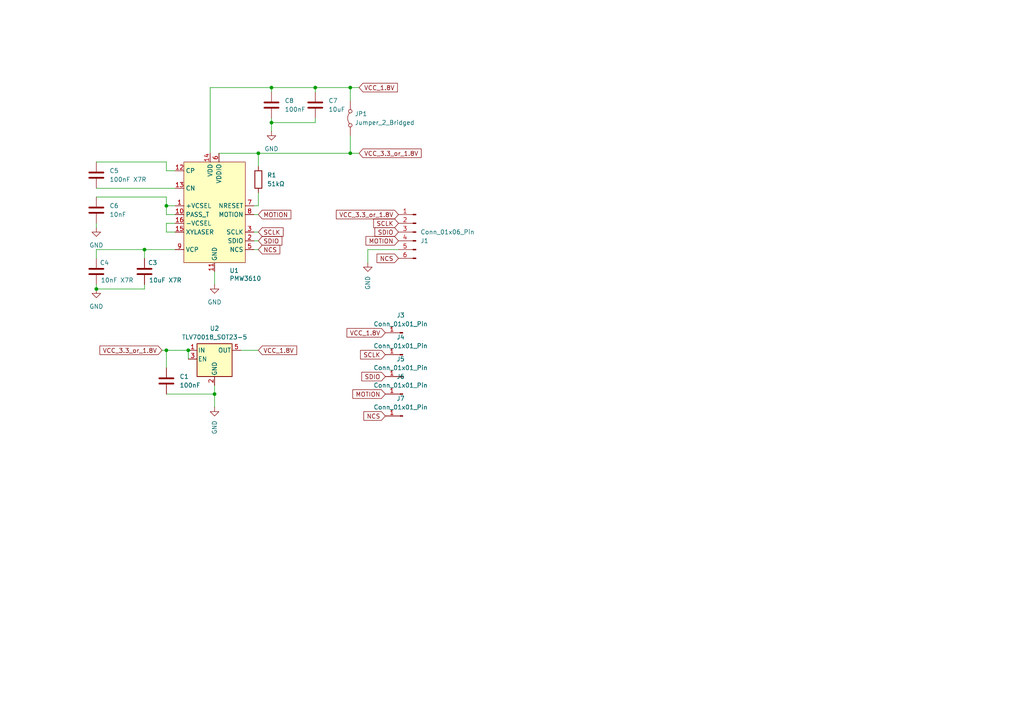
<source format=kicad_sch>
(kicad_sch (version 20231120) (generator "eeschema") (generator_version "8.0")
  (paper "A4")
  (lib_symbols
    (symbol "0_pmw3610_pcb:PMW3610DM-SUDU"
      (property "Reference" "U?" (at 7.62 -15.24 0))
      (property "Value" "PMW3610" (at 10.16 -17.78 0))
      (symbol "PMW3610DM-SUDU_0_1"
        (rectangle (start -8.89 15.24) (end 8.89 -13.97) (fill (type background)))
      )
      (symbol "PMW3610DM-SUDU_1_1"
        (pin input line (at -11.43 2.54 0) (length 2.54) (name "+VCSEL") (number "1"))
        (pin power_in line (at -11.43 0 0) (length 2.54) (name "PASS_T") (number "10"))
        (pin power_in line (at 0 -16.51 90) (length 2.54) (name "GND") (number "11"))
        (pin power_in line (at -11.43 12.7 0) (length 2.54) (name "CP") (number "12"))
        (pin power_in line (at -11.43 7.62 0) (length 2.54) (name "CN") (number "13"))
        (pin power_in line (at -1.27 17.78 270) (length 2.54) (name "VDD") (number "14"))
        (pin input line (at -11.43 -5.08 0) (length 2.54) (name "XYLASER") (number "15"))
        (pin input line (at -11.43 -2.54 0) (length 2.54) (name "-VCSEL") (number "16"))
        (pin bidirectional line (at 11.43 -7.62 180) (length 2.54) (name "SDIO") (number "2"))
        (pin input line (at 11.43 -5.08 180) (length 2.54) (name "SCLK") (number "3"))
        (pin no_connect line (at 2.54 -13.97 270) (length 2.54) hide (name "NC") (number "4"))
        (pin input line (at 11.43 -10.16 180) (length 2.54) (name "NCS") (number "5"))
        (pin power_in line (at 1.27 17.78 270) (length 2.54) (name "VDDIO") (number "6"))
        (pin input line (at 11.43 2.54 180) (length 2.54) (name "NRESET") (number "7"))
        (pin output line (at 11.43 0 180) (length 2.54) (name "MOTION") (number "8"))
        (pin power_in line (at -11.43 -10.16 0) (length 2.54) (name "VCP") (number "9"))
      )
    )
    (symbol "Connector:Conn_01x01_Pin" (pin_names (offset 1.016) hide)
      (property "Reference" "J" (at 0 2.54 0))
      (property "Value" "Conn_01x01_Pin" (at 0 -2.54 0))
      (symbol "Conn_01x01_Pin_1_1"
        (polyline (pts (xy 1.27 0) (xy 0.8636 0)) (stroke (width 0.1524)))
        (rectangle (start 0.8636 0.127) (end 0 -0.127) (stroke (width 0.1524)) (fill (type outline)))
        (pin passive line (at 5.08 0 180) (length 3.81) (name "Pin_1") (number "1"))
      )
    )
    (symbol "Connector:Conn_01x06_Pin" (pin_names (offset 1.016) hide)
      (property "Reference" "J" (at 0 7.62 0))
      (property "Value" "Conn_01x06_Pin" (at 0 -10.16 0))
      (symbol "Conn_01x06_Pin_1_1"
        (polyline (pts (xy 1.27 -7.62) (xy 0.8636 -7.62)) (stroke (width 0.1524)))
        (polyline (pts (xy 1.27 -5.08) (xy 0.8636 -5.08)) (stroke (width 0.1524)))
        (polyline (pts (xy 1.27 -2.54) (xy 0.8636 -2.54)) (stroke (width 0.1524)))
        (polyline (pts (xy 1.27 0) (xy 0.8636 0)) (stroke (width 0.1524)))
        (polyline (pts (xy 1.27 2.54) (xy 0.8636 2.54)) (stroke (width 0.1524)))
        (polyline (pts (xy 1.27 5.08) (xy 0.8636 5.08)) (stroke (width 0.1524)))
        (rectangle (start 0.8636 -7.493) (end 0 -7.747) (stroke (width 0.1524)) (fill (type outline)))
        (rectangle (start 0.8636 -4.953) (end 0 -5.207) (stroke (width 0.1524)) (fill (type outline)))
        (rectangle (start 0.8636 -2.413) (end 0 -2.667) (stroke (width 0.1524)) (fill (type outline)))
        (rectangle (start 0.8636 0.127) (end 0 -0.127) (stroke (width 0.1524)) (fill (type outline)))
        (rectangle (start 0.8636 2.667) (end 0 2.413) (stroke (width 0.1524)) (fill (type outline)))
        (rectangle (start 0.8636 5.207) (end 0 4.953) (stroke (width 0.1524)) (fill (type outline)))
        (pin passive line (at 5.08 5.08 180) (length 3.81) (name "Pin_1") (number "1"))
        (pin passive line (at 5.08 2.54 180) (length 3.81) (name "Pin_2") (number "2"))
        (pin passive line (at 5.08 0 180) (length 3.81) (name "Pin_3") (number "3"))
        (pin passive line (at 5.08 -2.54 180) (length 3.81) (name "Pin_4") (number "4"))
        (pin passive line (at 5.08 -5.08 180) (length 3.81) (name "Pin_5") (number "5"))
        (pin passive line (at 5.08 -7.62 180) (length 3.81) (name "Pin_6") (number "6"))
      )
    )
    (symbol "Device:C" (pin_numbers hide) (pin_names (offset 0.254))
      (property "Reference" "C" (at 0.635 2.54 0))
      (property "Value" "C" (at 0.635 -2.54 0))
      (symbol "C_0_1"
        (polyline (pts (xy -2.032 -0.762) (xy 2.032 -0.762)) (stroke (width 0.508)))
        (polyline (pts (xy -2.032 0.762) (xy 2.032 0.762)) (stroke (width 0.508)))
      )
      (symbol "C_1_1"
        (pin passive line (at 0 3.81 270) (length 2.794) (name "~") (number "1"))
        (pin passive line (at 0 -3.81 90) (length 2.794) (name "~") (number "2"))
      )
    )
    (symbol "Device:R" (pin_numbers hide) (pin_names (offset 0))
      (property "Reference" "R" (at 2.032 0 90))
      (property "Value" "R" (at 0 0 90))
      (symbol "R_0_1"
        (rectangle (start -1.016 -2.54) (end 1.016 2.54) (stroke (width 0.254)))
      )
      (symbol "R_1_1"
        (pin passive line (at 0 3.81 270) (length 1.27) (name "~") (number "1"))
        (pin passive line (at 0 -3.81 90) (length 1.27) (name "~") (number "2"))
      )
    )
    (symbol "Jumper:Jumper_2_Bridged" (pin_numbers hide) (pin_names (offset 0) hide) (exclude_from_sim yes)
      (property "Reference" "JP" (at 0 1.905 0))
      (property "Value" "Jumper_2_Bridged" (at 0 -2.54 0))
      (symbol "Jumper_2_Bridged_0_0"
        (circle (center -2.032 0) (radius 0.508))
        (circle (center 2.032 0) (radius 0.508))
      )
      (symbol "Jumper_2_Bridged_0_1"
        (arc (start 1.524 0.254) (mid 0 0.762) (end -1.524 0.254))
      )
      (symbol "Jumper_2_Bridged_1_1"
        (pin passive line (at -5.08 0 0) (length 2.54) (name "A") (number "1"))
        (pin passive line (at 5.08 0 180) (length 2.54) (name "B") (number "2"))
      )
    )
    (symbol "Regulator_Linear:TLV70018_SOT23-5" (pin_names (offset 0.254))
      (property "Reference" "U" (at -3.81 5.715 0))
      (property "Value" "TLV70018_SOT23-5" (at 0 5.715 0))
      (symbol "TLV70018_SOT23-5_0_1"
        (rectangle (start -5.08 4.445) (end 5.08 -5.08) (stroke (width 0.254)) (fill (type background)))
      )
      (symbol "TLV70018_SOT23-5_1_1"
        (pin power_in line (at -7.62 2.54 0) (length 2.54) (name "IN") (number "1"))
        (pin power_in line (at 0 -7.62 90) (length 2.54) (name "GND") (number "2"))
        (pin input line (at -7.62 0 0) (length 2.54) (name "EN") (number "3"))
        (pin no_connect line (at 5.08 0 180) (length 2.54) hide (name "NC") (number "4"))
        (pin power_out line (at 7.62 2.54 180) (length 2.54) (name "OUT") (number "5"))
      )
    )
    (symbol "power:GND" (power) (pin_numbers hide) (pin_names (offset 0) hide)
      (property "Value" "GND" (at 0 -3.81 0))
      (symbol "GND_0_1"
        (polyline (pts (xy 0 0) (xy 0 -1.27) (xy 1.27 -1.27) (xy 0 -2.54) (xy -1.27 -1.27) (xy 0 -1.27)))
      )
      (symbol "GND_1_1"
        (pin power_in line (at 0 0 270) (length 0) (name "~") (number "1"))
      )
    )
  )
  (junction (at 48.26 59.69))
  (junction (at 62.23 114.3))
  (junction (at 78.74 25.4))
  (junction (at 54.61 101.6))
  (junction (at 101.6 25.4))
  (junction (at 78.74 35.56))
  (junction (at 101.6 44.45))
  (junction (at 27.94 83.82))
  (junction (at 74.93 44.45))
  (junction (at 41.91 72.39))
  (junction (at 91.44 25.4))
  (junction (at 48.26 101.6))
  (wire (pts (xy 41.91 72.39) (xy 50.8 72.39)))
  (wire (pts (xy 48.26 49.53) (xy 48.26 46.99)))
  (wire (pts (xy 78.74 25.4) (xy 91.44 25.4)))
  (wire (pts (xy 74.93 44.45) (xy 101.6 44.45)))
  (wire (pts (xy 74.93 67.31) (xy 73.66 67.31)))
  (wire (pts (xy 41.91 74.93) (xy 41.91 72.39)))
  (wire (pts (xy 48.26 46.99) (xy 27.94 46.99)))
  (wire (pts (xy 74.93 72.39) (xy 73.66 72.39)))
  (wire (pts (xy 74.93 55.88) (xy 74.93 59.69)))
  (wire (pts (xy 60.96 25.4) (xy 60.96 44.45)))
  (wire (pts (xy 101.6 25.4) (xy 101.6 29.21)))
  (wire (pts (xy 69.85 101.6) (xy 74.93 101.6)))
  (wire (pts (xy 74.93 69.85) (xy 73.66 69.85)))
  (wire (pts (xy 50.8 49.53) (xy 48.26 49.53)))
  (wire (pts (xy 101.6 39.37) (xy 101.6 44.45)))
  (wire (pts (xy 78.74 38.1) (xy 78.74 35.56)))
  (wire (pts (xy 78.74 26.67) (xy 78.74 25.4)))
  (wire (pts (xy 27.94 66.04) (xy 27.94 64.77)))
  (wire (pts (xy 50.8 59.69) (xy 48.26 59.69)))
  (wire (pts (xy 41.91 83.82) (xy 27.94 83.82)))
  (wire (pts (xy 48.26 64.77) (xy 48.26 67.31)))
  (wire (pts (xy 74.93 59.69) (xy 73.66 59.69)))
  (wire (pts (xy 106.68 72.39) (xy 115.57 72.39)))
  (wire (pts (xy 27.94 54.61) (xy 50.8 54.61)))
  (wire (pts (xy 78.74 25.4) (xy 60.96 25.4)))
  (wire (pts (xy 101.6 44.45) (xy 104.14 44.45)))
  (wire (pts (xy 74.93 62.23) (xy 73.66 62.23)))
  (wire (pts (xy 62.23 114.3) (xy 62.23 118.11)))
  (wire (pts (xy 27.94 57.15) (xy 48.26 57.15)))
  (wire (pts (xy 101.6 25.4) (xy 104.14 25.4)))
  (wire (pts (xy 48.26 114.3) (xy 62.23 114.3)))
  (wire (pts (xy 48.26 59.69) (xy 48.26 62.23)))
  (wire (pts (xy 41.91 82.55) (xy 41.91 83.82)))
  (wire (pts (xy 62.23 114.3) (xy 62.23 111.76)))
  (wire (pts (xy 48.26 57.15) (xy 48.26 59.69)))
  (wire (pts (xy 74.93 44.45) (xy 74.93 48.26)))
  (wire (pts (xy 63.5 44.45) (xy 74.93 44.45)))
  (wire (pts (xy 106.68 76.2) (xy 106.68 72.39)))
  (wire (pts (xy 54.61 101.6) (xy 54.61 104.14)))
  (wire (pts (xy 78.74 35.56) (xy 78.74 34.29)))
  (wire (pts (xy 48.26 101.6) (xy 54.61 101.6)))
  (wire (pts (xy 27.94 72.39) (xy 41.91 72.39)))
  (wire (pts (xy 48.26 67.31) (xy 50.8 67.31)))
  (wire (pts (xy 48.26 106.68) (xy 48.26 101.6)))
  (wire (pts (xy 50.8 64.77) (xy 48.26 64.77)))
  (wire (pts (xy 27.94 83.82) (xy 27.94 82.55)))
  (wire (pts (xy 48.26 62.23) (xy 50.8 62.23)))
  (wire (pts (xy 91.44 35.56) (xy 78.74 35.56)))
  (wire (pts (xy 62.23 82.55) (xy 62.23 78.74)))
  (wire (pts (xy 91.44 34.29) (xy 91.44 35.56)))
  (wire (pts (xy 46.99 101.6) (xy 48.26 101.6)))
  (wire (pts (xy 27.94 74.93) (xy 27.94 72.39)))
  (wire (pts (xy 91.44 26.67) (xy 91.44 25.4)))
  (wire (pts (xy 91.44 25.4) (xy 101.6 25.4)))
  (global_label "VCC_1.8V" (shape input) (at 104.14 25.4 0) (property "Intersheetrefs" "${INTERSHEET_REFS}" (effects (hide yes))))
  (global_label "VCC_3.3_or_1.8V" (shape input) (at 46.99 101.6 180) (property "Intersheetrefs" "${INTERSHEET_REFS}" (effects (hide yes))))
  (global_label "SDIO" (shape input) (at 74.93 69.85 0) (property "Intersheetrefs" "${INTERSHEET_REFS}" (effects (hide yes))))
  (global_label "MOTION" (shape input) (at 74.93 62.23 0) (property "Intersheetrefs" "${INTERSHEET_REFS}" (effects (hide yes))))
  (global_label "SDIO" (shape input) (at 115.57 67.31 180) (property "Intersheetrefs" "${INTERSHEET_REFS}" (effects (hide yes))))
  (global_label "VCC_3.3_or_1.8V" (shape input) (at 115.57 62.23 180) (property "Intersheetrefs" "${INTERSHEET_REFS}" (effects (hide yes))))
  (global_label "VCC_1.8V" (shape input) (at 111.76 96.52 180) (property "Intersheetrefs" "${INTERSHEET_REFS}" (effects (hide yes))))
  (global_label "SCLK" (shape input) (at 74.93 67.31 0) (property "Intersheetrefs" "${INTERSHEET_REFS}" (effects (hide yes))))
  (global_label "MOTION" (shape input) (at 111.76 114.3 180) (property "Intersheetrefs" "${INTERSHEET_REFS}" (effects (hide yes))))
  (global_label "VCC_3.3_or_1.8V" (shape input) (at 104.14 44.45 0) (property "Intersheetrefs" "${INTERSHEET_REFS}" (effects (hide yes))))
  (global_label "NCS" (shape input) (at 74.93 72.39 0) (property "Intersheetrefs" "${INTERSHEET_REFS}" (effects (hide yes))))
  (global_label "SDIO" (shape input) (at 111.76 109.22 180) (property "Intersheetrefs" "${INTERSHEET_REFS}" (effects (hide yes))))
  (global_label "SCLK" (shape input) (at 115.57 64.77 180) (property "Intersheetrefs" "${INTERSHEET_REFS}" (effects (hide yes))))
  (global_label "NCS" (shape input) (at 111.76 120.65 180) (property "Intersheetrefs" "${INTERSHEET_REFS}" (effects (hide yes))))
  (global_label "MOTION" (shape input) (at 115.57 69.85 180) (property "Intersheetrefs" "${INTERSHEET_REFS}" (effects (hide yes))))
  (global_label "VCC_1.8V" (shape input) (at 74.93 101.6 0) (property "Intersheetrefs" "${INTERSHEET_REFS}" (effects (hide yes))))
  (global_label "SCLK" (shape input) (at 111.76 102.87 180) (property "Intersheetrefs" "${INTERSHEET_REFS}" (effects (hide yes))))
  (global_label "NCS" (shape input) (at 115.57 74.93 180) (property "Intersheetrefs" "${INTERSHEET_REFS}" (effects (hide yes))))
  (symbol (lib_id "Device:C") (at 27.94 50.8 0) (unit 1)
    (property "Reference" "C5" (at 31.75 49.5299 0) (effects (justify left)))
    (property "Value" "100nF X7R" (at 31.75 52.0699 0) (effects (justify left)))
    (property "Footprint" "Capacitor_SMD:C_0603_1608Metric" (effects (hide yes)))
    (property "Description" "Unpolarized capacitor" (effects (hide yes)))
    (property "LCSC" "C14663" (effects (hide yes)))
  )
  (symbol (lib_id "Connector:Conn_01x01_Pin") (at 116.84 114.3 180) (unit 1)
    (property "Reference" "J6" (at 116.205 109.22 0))
    (property "Value" "Conn_01x01_Pin" (at 116.205 111.76 0))
    (property "Footprint" "TestPoint:TestPoint_Pad_D1.0mm" (effects (hide yes)))
    (property "Description" "Generic connector, single row, 01x01, script generated" (effects (hide yes)))
  )
  (symbol (lib_id "power:GND") (at 62.23 118.11 0) (unit 1)
    (property "Reference" "#PWR01" (effects (hide yes)))
    (property "Value" "GND" (at 62.2299 121.92 90) (effects (justify right)))
    (property "Description" "Power symbol creates a global label with name \"GND\" , ground" (effects (hide yes)))
  )
  (symbol (lib_id "Device:R") (at 74.93 52.07 180) (unit 1)
    (property "Reference" "R1" (at 77.47 50.7999 0) (effects (justify right)))
    (property "Value" "51kΩ" (at 77.47 53.3399 0) (effects (justify right)))
    (property "Footprint" "Resistor_SMD:R_0603_1608Metric" (effects (hide yes)))
    (property "Description" "Resistor" (effects (hide yes)))
    (property "LCSC" "C23196" (effects (hide yes)))
  )
  (symbol (lib_id "Regulator_Linear:TLV70018_SOT23-5") (at 62.23 104.14 0) (unit 1)
    (property "Reference" "U2" (at 62.23 95.25 0))
    (property "Value" "TLV70018_SOT23-5" (at 62.23 97.79 0))
    (property "Footprint" "Package_TO_SOT_SMD:SOT-23-5" (effects (hide yes)))
    (property "Datasheet" "http://www.ti.com/lit/ds/symlink/tlv700.pdf" (effects (hide yes)))
    (property "Description" "200mA Low Dropout Voltage Regulator, Fixed Output 1.8V, SOT-23-5" (effects (hide yes)))
  )
  (symbol (lib_id "Connector:Conn_01x06_Pin") (at 120.65 67.31 0) (mirror y) (unit 1)
    (property "Reference" "J1" (at 121.92 69.8501 0) (effects (justify right)))
    (property "Value" "Conn_01x06_Pin" (at 121.92 67.3101 0) (effects (justify right)))
    (property "Footprint" "0_pmw3610-breakout:JUSHUO-AFH34-S06FIA-1H" (effects (hide yes)))
    (property "Description" "Generic connector, single row, 01x06, script generated" (effects (hide yes)))
    (property "LCSC" "C5139821" (effects (hide yes)))
  )
  (symbol (lib_id "power:GND") (at 78.74 38.1 0) (unit 1)
    (property "Reference" "#PWR08" (effects (hide yes)))
    (property "Value" "GND" (at 78.74 43.18 0))
    (property "Description" "Power symbol creates a global label with name \"GND\" , ground" (effects (hide yes)))
  )
  (symbol (lib_id "Device:C") (at 48.26 110.49 0) (unit 1)
    (property "Reference" "C1" (at 52.07 109.2199 0) (effects (justify left)))
    (property "Value" "100nF" (at 52.07 111.7599 0) (effects (justify left)))
    (property "Footprint" "Capacitor_SMD:C_0603_1608Metric" (effects (hide yes)))
    (property "Description" "Unpolarized capacitor" (effects (hide yes)))
    (property "LCSC" "C14663" (effects (hide yes)))
  )
  (symbol (lib_id "Jumper:Jumper_2_Bridged") (at 101.6 34.29 90) (unit 1) (exclude_from_sim yes)
    (property "Reference" "JP1" (at 102.87 33.0199 90) (effects (justify right)))
    (property "Value" "Jumper_2_Bridged" (at 102.87 35.5599 90) (effects (justify right)))
    (property "Footprint" "Jumper:SolderJumper-2_P1.3mm_Bridged2Bar_RoundedPad1.0x1.5mm" (effects (hide yes)))
    (property "Description" "Jumper, 2-pole, closed/bridged" (effects (hide yes)))
  )
  (symbol (lib_id "Device:C") (at 27.94 78.74 0) (unit 1)
    (property "Reference" "C4" (at 28.956 76.2 0) (effects (justify left)))
    (property "Value" "10nF X7R" (at 29.21 81.28 0) (effects (justify left)))
    (property "Footprint" "Capacitor_SMD:C_0603_1608Metric" (effects (hide yes)))
    (property "Description" "Unpolarized capacitor" (effects (hide yes)))
    (property "LCSC" "C57112" (effects (hide yes)))
  )
  (symbol (lib_id "power:GND") (at 62.23 82.55 0) (unit 1)
    (property "Reference" "#PWR03" (effects (hide yes)))
    (property "Value" "GND" (at 62.23 87.63 0))
    (property "Description" "Power symbol creates a global label with name \"GND\" , ground" (effects (hide yes)))
  )
  (symbol (lib_id "0_pmw3610_pcb:PMW3610DM-SUDU") (at 62.23 62.23 0) (unit 1)
    (property "Reference" "U1" (at 66.548 78.486 0) (effects (justify left)))
    (property "Value" "PMW3610" (at 66.548 80.772 0) (effects (justify left)))
    (property "Footprint" "0_pmw3610-breakout:PMW3610DM-SUDU 16Pin" (effects (hide yes)))
    (property "Description" "Optical mouse sensor" (effects (hide yes)))
  )
  (symbol (lib_id "Device:C") (at 91.44 30.48 0) (unit 1)
    (property "Reference" "C7" (at 95.25 29.2099 0) (effects (justify left)))
    (property "Value" "10uF" (at 95.25 31.7499 0) (effects (justify left)))
    (property "Footprint" "Capacitor_SMD:C_0603_1608Metric" (effects (hide yes)))
    (property "Description" "Unpolarized capacitor" (effects (hide yes)))
    (property "LCSC" "C19702" (effects (hide yes)))
  )
  (symbol (lib_id "Connector:Conn_01x01_Pin") (at 116.84 96.52 180) (unit 1)
    (property "Reference" "J3" (at 116.205 91.44 0))
    (property "Value" "Conn_01x01_Pin" (at 116.205 93.98 0))
    (property "Footprint" "TestPoint:TestPoint_Pad_D1.0mm" (effects (hide yes)))
    (property "Description" "Generic connector, single row, 01x01, script generated" (effects (hide yes)))
  )
  (symbol (lib_id "power:GND") (at 27.94 66.04 0) (unit 1)
    (property "Reference" "#PWR07" (effects (hide yes)))
    (property "Value" "GND" (at 27.94 71.12 0))
    (property "Description" "Power symbol creates a global label with name \"GND\" , ground" (effects (hide yes)))
  )
  (symbol (lib_id "power:GND") (at 106.68 76.2 0) (unit 1)
    (property "Reference" "#PWR06" (effects (hide yes)))
    (property "Value" "GND" (at 106.6799 80.01 90) (effects (justify right)))
    (property "Description" "Power symbol creates a global label with name \"GND\" , ground" (effects (hide yes)))
  )
  (symbol (lib_id "Device:C") (at 27.94 60.96 0) (unit 1)
    (property "Reference" "C6" (at 31.75 59.6899 0) (effects (justify left)))
    (property "Value" "10nF" (at 31.75 62.2299 0) (effects (justify left)))
    (property "Footprint" "Capacitor_SMD:C_0603_1608Metric" (effects (hide yes)))
    (property "Description" "Unpolarized capacitor" (effects (hide yes)))
    (property "LCSC" "C57112" (effects (hide yes)))
  )
  (symbol (lib_id "power:GND") (at 27.94 83.82 0) (unit 1)
    (property "Reference" "#PWR05" (effects (hide yes)))
    (property "Value" "GND" (at 27.94 88.9 0))
    (property "Description" "Power symbol creates a global label with name \"GND\" , ground" (effects (hide yes)))
  )
  (symbol (lib_id "Connector:Conn_01x01_Pin") (at 116.84 120.65 180) (unit 1)
    (property "Reference" "J7" (at 116.205 115.57 0))
    (property "Value" "Conn_01x01_Pin" (at 116.205 118.11 0))
    (property "Footprint" "TestPoint:TestPoint_Pad_D1.0mm" (effects (hide yes)))
    (property "Description" "Generic connector, single row, 01x01, script generated" (effects (hide yes)))
  )
  (symbol (lib_id "Connector:Conn_01x01_Pin") (at 116.84 102.87 180) (unit 1)
    (property "Reference" "J4" (at 116.205 97.79 0))
    (property "Value" "Conn_01x01_Pin" (at 116.205 100.33 0))
    (property "Footprint" "TestPoint:TestPoint_Pad_D1.0mm" (effects (hide yes)))
    (property "Description" "Generic connector, single row, 01x01, script generated" (effects (hide yes)))
  )
  (symbol (lib_id "Connector:Conn_01x01_Pin") (at 116.84 109.22 180) (unit 1)
    (property "Reference" "J5" (at 116.205 104.14 0))
    (property "Value" "Conn_01x01_Pin" (at 116.205 106.68 0))
    (property "Footprint" "TestPoint:TestPoint_Pad_D1.0mm" (effects (hide yes)))
    (property "Description" "Generic connector, single row, 01x01, script generated" (effects (hide yes)))
  )
  (symbol (lib_id "Device:C") (at 78.74 30.48 0) (unit 1)
    (property "Reference" "C8" (at 82.55 29.2099 0) (effects (justify left)))
    (property "Value" "100nF" (at 82.55 31.7499 0) (effects (justify left)))
    (property "Footprint" "Capacitor_SMD:C_0603_1608Metric" (effects (hide yes)))
    (property "Description" "Unpolarized capacitor" (effects (hide yes)))
    (property "LCSC" "C14663" (effects (hide yes)))
  )
  (symbol (lib_id "Device:C") (at 41.91 78.74 0) (unit 1)
    (property "Reference" "C3" (at 42.926 76.2 0) (effects (justify left)))
    (property "Value" "10uF X7R" (at 43.18 81.28 0) (effects (justify left)))
    (property "Footprint" "Capacitor_SMD:C_0603_1608Metric" (effects (hide yes)))
    (property "Description" "Unpolarized capacitor" (effects (hide yes)))
    (property "LCSC" "C19702" (effects (hide yes)))
  )
)
</source>
